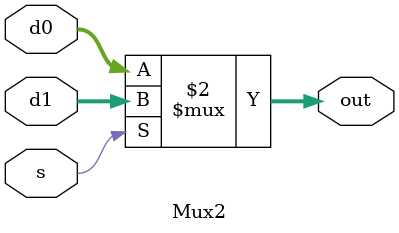
<source format=v>
module Mux2(s, d0, d1, out);
	parameter BIT_WIDTH = 32;
	input s;
	input [BIT_WIDTH - 1 : 0] d0, d1;
	output [BIT_WIDTH - 1 : 0] out;
	assign out = (s == 0) ? d0 : d1;
endmodule
</source>
